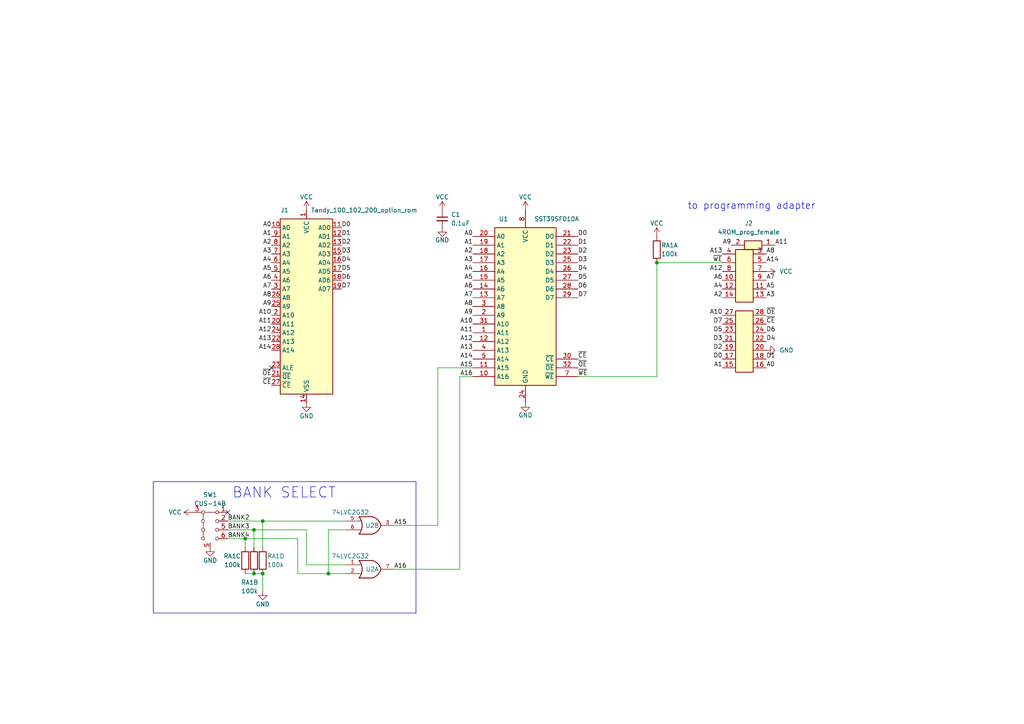
<source format=kicad_sch>
(kicad_sch (version 20230121) (generator eeschema)
  (paper "A4")
  (title_block (title "4ROM_100") (date "2023-02-13") (rev "005") (company "Brian K. White b.kenyon.w@gmail.com") (comment 1 "CC-BY-SA") (comment 2 "Flash based 4-bank option ROM for TANDY 100/102/200"))
  (lib_symbols
    (symbol "000_LOCAL:29F010"
      (property "Reference" "U" (at -8.128 24.384 0))
      (property "Value" "29F010" (at 1.016 24.384 0))
      (symbol "29F010_0_1"
        (rectangle (start -8.89 -22.86) (end 8.89 22.86) (stroke (width 0.254)) (fill (type background)))
      )
      (symbol "29F010_1_1"
        (pin input line (at -15.24 -7.62 0) (length 6.35) (name "A11") (number "1"))
        (pin input line (at -15.24 -20.32 0) (length 6.35) (name "A16") (number "10"))
        (pin input line (at -15.24 -17.78 0) (length 6.35) (name "A15") (number "11"))
        (pin input line (at -15.24 -10.16 0) (length 6.35) (name "A12") (number "12"))
        (pin input line (at -15.24 2.54 0) (length 6.35) (name "A7") (number "13"))
        (pin input line (at -15.24 5.08 0) (length 6.35) (name "A6") (number "14"))
        (pin input line (at -15.24 7.62 0) (length 6.35) (name "A5") (number "15"))
        (pin input line (at -15.24 10.16 0) (length 6.35) (name "A4") (number "16"))
        (pin input line (at -15.24 12.7 0) (length 6.35) (name "A3") (number "17"))
        (pin input line (at -15.24 15.24 0) (length 6.35) (name "A2") (number "18"))
        (pin input line (at -15.24 17.78 0) (length 6.35) (name "A1") (number "19"))
        (pin input line (at -15.24 -2.54 0) (length 6.35) (name "A9") (number "2"))
        (pin input line (at -15.24 20.32 0) (length 6.35) (name "A0") (number "20"))
        (pin tri_state line (at 15.24 20.32 180) (length 6.35) (name "D0") (number "21"))
        (pin tri_state line (at 15.24 17.78 180) (length 6.35) (name "D1") (number "22"))
        (pin tri_state line (at 15.24 15.24 180) (length 6.35) (name "D2") (number "23"))
        (pin input line (at 0 -27.94 90) (length 5.08) (name "GND") (number "24"))
        (pin tri_state line (at 15.24 12.7 180) (length 6.35) (name "D3") (number "25"))
        (pin tri_state line (at 15.24 10.16 180) (length 6.35) (name "D4") (number "26"))
        (pin tri_state line (at 15.24 7.62 180) (length 6.35) (name "D5") (number "27"))
        (pin tri_state line (at 15.24 5.08 180) (length 6.35) (name "D6") (number "28"))
        (pin tri_state line (at 15.24 2.54 180) (length 6.35) (name "D7") (number "29"))
        (pin input line (at -15.24 0 0) (length 6.35) (name "A8") (number "3"))
        (pin input line (at 15.24 -15.24 180) (length 6.35) (name "~{CE}") (number "30"))
        (pin input line (at -15.24 -5.08 0) (length 6.35) (name "A10") (number "31"))
        (pin input line (at 15.24 -17.78 180) (length 6.35) (name "~{OE}") (number "32"))
        (pin input line (at -15.24 -12.7 0) (length 6.35) (name "A13") (number "4"))
        (pin input line (at -15.24 -15.24 0) (length 6.35) (name "A14") (number "5"))
        (pin input line (at 15.24 -20.32 180) (length 6.35) (name "~{WE}") (number "7"))
        (pin input line (at 0 27.94 270) (length 5.08) (name "VCC") (number "8"))
      )
    )
    (symbol "000_LOCAL:74LVC2G32" (pin_names (offset 1.016))
      (property "Reference" "U" (at -2.54 3.81 0))
      (property "Value" "74LVC2G32" (at 0 -3.81 0))
      (symbol "74LVC2G32_0_1"
        (arc (start -3.81 -2.54) (mid -2.919 0) (end -3.81 2.54) (stroke (width 0.254)))
        (arc (start 0 -2.54) (mid 1.5993 -1.6027) (end 2.54 0) (stroke (width 0.254)))
        (polyline (pts (xy -3.81 -1.27) (xy -3.175 -1.27)))
        (polyline (pts (xy -3.81 1.27) (xy -3.175 1.27)))
        (polyline (pts (xy 0 -2.54) (xy -3.81 -2.54)) (stroke (width 0.254)) (fill (type background)))
        (polyline (pts (xy 0 2.54) (xy -3.81 2.54)) (stroke (width 0.254)) (fill (type background)))
        (arc (start 2.54 0) (mid 1.6119 1.6152) (end 0 2.54) (stroke (width 0.254)))
        (pin power_in line (at 0 -2.54 270) (length 0) hide (name "GND") (number "4"))
        (pin power_in line (at 0 2.54 90) (length 0) hide (name "VCC") (number "8"))
      )
      (symbol "74LVC2G32_1_1"
        (pin input line (at -7.62 1.27 0) (length 3.81) (name "~") (number "1"))
        (pin input line (at -7.62 -1.27 0) (length 3.81) (name "~") (number "2"))
        (pin output line (at 6.35 0 180) (length 3.81) (name "~") (number "7"))
      )
      (symbol "74LVC2G32_2_1"
        (pin output line (at 6.35 0 180) (length 3.81) (name "~") (number "3"))
        (pin input line (at -7.62 1.27 0) (length 3.81) (name "~") (number "5"))
        (pin input line (at -7.62 -1.27 0) (length 3.81) (name "~") (number "6"))
      )
    )
    (symbol "000_LOCAL:C" (pin_numbers hide) (pin_names (offset 0.254) hide)
      (property "Reference" "C" (at 0.254 1.778 0))
      (property "Value" "C" (at 0.254 -2.032 0))
      (symbol "C_0_1"
        (polyline (pts (xy -1.524 -0.508) (xy 1.524 -0.508)) (stroke (width 0.3302)))
        (polyline (pts (xy -1.524 0.508) (xy 1.524 0.508)) (stroke (width 0.3048)))
      )
      (symbol "C_1_1"
        (pin passive line (at 0 2.54 270) (length 2.032) (name "~") (number "1"))
        (pin passive line (at 0 -2.54 90) (length 2.032) (name "~") (number "2"))
      )
    )
    (symbol "000_LOCAL:GND" (power) (pin_names (offset 0))
      (property "Value" "GND" (at 0 -3.81 0))
      (symbol "GND_0_1"
        (polyline (pts (xy 0 0) (xy 0 -1.27) (xy 1.27 -1.27) (xy 0 -2.54) (xy -1.27 -1.27) (xy 0 -1.27)))
      )
      (symbol "GND_1_1"
        (pin power_in line (at 0 0 270) (length 0) hide (name "GND") (number "1"))
      )
    )
    (symbol "000_LOCAL:R_Array_04" (pin_numbers hide) (pin_names (offset 0) hide)
      (property "Reference" "RA" (at 2.032 0 90))
      (property "Value" "R_Array_04" (at -2.032 0 90))
      (symbol "R_Array_04_0_1"
        (rectangle (start 1.016 2.54) (end -1.016 -2.54) (stroke (width 0.254)))
      )
      (symbol "R_Array_04_1_1"
        (pin passive line (at 0 3.81 270) (length 1.27) (name "R1.1") (number "1"))
        (pin passive line (at 0 -3.81 90) (length 1.27) (name "R1.2") (number "8"))
      )
      (symbol "R_Array_04_2_1"
        (pin passive line (at 0 3.81 270) (length 1.27) (name "R2.1") (number "2"))
        (pin passive line (at 0 -3.81 90) (length 1.27) (name "R2.2") (number "7"))
      )
      (symbol "R_Array_04_3_1"
        (pin passive line (at 0 3.81 270) (length 1.27) (name "R3.1") (number "3"))
        (pin passive line (at 0 -3.81 90) (length 1.27) (name "R3.2") (number "6"))
      )
      (symbol "R_Array_04_4_1"
        (pin passive line (at 0 3.81 270) (length 1.27) (name "R4.1") (number "4"))
        (pin passive line (at 0 -3.81 90) (length 1.27) (name "R4.2") (number "5"))
      )
    )
    (symbol "000_LOCAL:SW_1P4T_CUS-14B" (pin_names (offset 0) hide)
      (property "Reference" "SW" (at 0 6.35 0))
      (property "Value" "SW_1P4T_CUS-14B" (at 0 -7.62 0))
      (symbol "SW_1P4T_CUS-14B_0_1"
        (circle (center -2.032 -3.81) (radius 0.4572))
        (circle (center -2.032 -1.27) (radius 0.4572))
        (circle (center -2.032 1.27) (radius 0.4572))
        (circle (center -2.032 3.81) (radius 0.4572))
        (polyline (pts (xy -2.032 -1.778) (xy -2.032 -3.302)) (stroke (width 0.1524)))
        (polyline (pts (xy -2.032 0.762) (xy -2.032 -0.762)) (stroke (width 0.1524)))
        (polyline (pts (xy -2.032 3.302) (xy -2.032 1.778)) (stroke (width 0.1524)))
        (polyline (pts (xy -1.524 3.81) (xy 1.524 3.81)) (stroke (width 0.1524)))
        (circle (center 2.032 -3.81) (radius 0.4572))
        (circle (center 2.032 -1.27) (radius 0.4572))
        (circle (center 2.032 1.27) (radius 0.4572))
        (circle (center 2.032 3.81) (radius 0.4572))
      )
      (symbol "SW_1P4T_CUS-14B_1_1"
        (pin passive line (at 5.08 3.81 180) (length 2.54) (name "1") (number "1"))
        (pin passive line (at 5.08 1.27 180) (length 2.54) (name "2") (number "2"))
        (pin passive line (at -5.08 3.81 0) (length 2.54) (name "C") (number "3"))
        (pin passive line (at -5.08 3.81 0) (length 2.54) hide (name "C") (number "4"))
        (pin passive line (at 5.08 -1.27 180) (length 2.54) (name "5") (number "5"))
        (pin passive line (at 5.08 -3.81 180) (length 2.54) (name "6") (number "6"))
        (pin passive line (at 0 -6.35 90) (length 1.27) (name "S") (number "S"))
      )
    )
    (symbol "000_LOCAL:Tandy_100_102_200_option_rom"
      (property "Reference" "U" (at -7.62 26.67 0))
      (property "Value" "Tandy_100_102_200_option_rom" (at 2.54 -26.67 0))
      (symbol "Tandy_100_102_200_option_rom_1_1"
        (rectangle (start -7.62 25.4) (end 7.62 -25.4) (stroke (width 0.254)) (fill (type background)))
        (pin power_in line (at 0 27.94 270) (length 2.54) (name "VCC") (number "1"))
        (pin input line (at -10.16 22.86 0) (length 2.54) (name "A0") (number "10"))
        (pin tri_state line (at 10.16 22.86 180) (length 2.54) (name "AD0") (number "11"))
        (pin tri_state line (at 10.16 20.32 180) (length 2.54) (name "AD1") (number "12"))
        (pin tri_state line (at 10.16 17.78 180) (length 2.54) (name "AD2") (number "13"))
        (pin power_in line (at 0 -27.94 90) (length 2.54) (name "VSS") (number "14"))
        (pin tri_state line (at 10.16 15.24 180) (length 2.54) (name "AD3") (number "15"))
        (pin tri_state line (at 10.16 12.7 180) (length 2.54) (name "AD4") (number "16"))
        (pin tri_state line (at 10.16 10.16 180) (length 2.54) (name "AD5") (number "17"))
        (pin tri_state line (at 10.16 7.62 180) (length 2.54) (name "AD6") (number "18"))
        (pin tri_state line (at 10.16 5.08 180) (length 2.54) (name "AD7") (number "19"))
        (pin input line (at -10.16 -2.54 0) (length 2.54) (name "A10") (number "2"))
        (pin input line (at -10.16 -5.08 0) (length 2.54) (name "A11") (number "20"))
        (pin input line (at -10.16 -20.32 0) (length 2.54) (name "~{OE}") (number "21"))
        (pin input line (at -10.16 -10.16 0) (length 2.54) (name "A13") (number "22"))
        (pin input line (at -10.16 -17.78 0) (length 2.54) (name "ALE") (number "23"))
        (pin input line (at -10.16 -7.62 0) (length 2.54) (name "A12") (number "24"))
        (pin input line (at -10.16 0 0) (length 2.54) (name "A9") (number "25"))
        (pin input line (at -10.16 2.54 0) (length 2.54) (name "A8") (number "26"))
        (pin input line (at -10.16 -22.86 0) (length 2.54) (name "~{CE}") (number "27"))
        (pin input line (at -10.16 -12.7 0) (length 2.54) (name "A14") (number "28"))
        (pin input line (at -10.16 5.08 0) (length 2.54) (name "A7") (number "3"))
        (pin input line (at -10.16 7.62 0) (length 2.54) (name "A6") (number "4"))
        (pin input line (at -10.16 10.16 0) (length 2.54) (name "A5") (number "5"))
        (pin input line (at -10.16 12.7 0) (length 2.54) (name "A4") (number "6"))
        (pin input line (at -10.16 15.24 0) (length 2.54) (name "A3") (number "7"))
        (pin input line (at -10.16 17.78 0) (length 2.54) (name "A2") (number "8"))
        (pin input line (at -10.16 20.32 0) (length 2.54) (name "A1") (number "9"))
      )
    )
    (symbol "000_LOCAL:VCC" (power) (pin_names (offset 0))
      (property "Value" "VCC" (at 0 3.81 0))
      (symbol "VCC_0_1"
        (polyline (pts (xy -0.762 1.27) (xy 0 2.54)))
        (polyline (pts (xy 0 0) (xy 0 2.54)))
        (polyline (pts (xy 0 2.54) (xy 0.762 1.27)))
      )
      (symbol "VCC_1_1"
        (pin power_in line (at 0 0 90) (length 0) hide (name "VCC") (number "1"))
      )
    )
    (symbol "4ROM_100_prog_1" (pin_names (offset 1.016) hide)
      (property "Reference" "J" (at 0 20.32 0))
      (property "Value" "4ROM_100_prog_1" (at 0 -20.32 0))
      (symbol "4ROM_100_prog_1_1_1"
        (rectangle (start -2.54 -1.27) (end 2.54 -19.05) (stroke (width 0.254)) (fill (type background)))
        (rectangle (start -2.54 16.51) (end 2.54 1.27) (stroke (width 0.254)) (fill (type background)))
        (rectangle (start 0 19.05) (end 5.08 16.51) (stroke (width 0.254)) (fill (type background)))
        (pin passive line (at 8.89 17.78 180) (length 3.81) (name "A11") (number "1"))
        (pin passive line (at -6.35 7.62 0) (length 3.81) (name "A6") (number "10"))
        (pin passive line (at 6.35 5.08 180) (length 3.81) (name "A5") (number "11"))
        (pin passive line (at -6.35 5.08 0) (length 3.81) (name "A4") (number "12"))
        (pin passive line (at 6.35 2.54 180) (length 3.81) (name "A3") (number "13"))
        (pin passive line (at -6.35 2.54 0) (length 3.81) (name "A2") (number "14"))
        (pin passive line (at -6.35 -17.78 0) (length 3.81) (name "A1") (number "15"))
        (pin passive line (at 6.35 -17.78 180) (length 3.81) (name "A0") (number "16"))
        (pin passive line (at -6.35 -15.24 0) (length 3.81) (name "D0") (number "17"))
        (pin passive line (at 6.35 -15.24 180) (length 3.81) (name "D1") (number "18"))
        (pin passive line (at -6.35 -12.7 0) (length 3.81) (name "D2") (number "19"))
        (pin passive line (at -3.81 17.78 0) (length 3.81) (name "A9") (number "2"))
        (pin passive line (at 6.35 -12.7 180) (length 3.81) (name "GND") (number "20"))
        (pin passive line (at -6.35 -10.16 0) (length 3.81) (name "D3") (number "21"))
        (pin passive line (at 6.35 -10.16 180) (length 3.81) (name "D4") (number "22"))
        (pin passive line (at -6.35 -7.62 0) (length 3.81) (name "D5") (number "23"))
        (pin passive line (at 6.35 -7.62 180) (length 3.81) (name "D6") (number "24"))
        (pin passive line (at -6.35 -5.08 0) (length 3.81) (name "D7") (number "25"))
        (pin passive line (at 6.35 -5.08 180) (length 3.81) (name "~{CE}") (number "26"))
        (pin passive line (at -6.35 -2.54 0) (length 3.81) (name "A10") (number "27"))
        (pin passive line (at 6.35 -2.54 180) (length 3.81) (name "~{OE}") (number "28"))
        (pin passive line (at 6.35 15.24 180) (length 3.81) (name "A8") (number "3"))
        (pin passive line (at -6.35 15.24 0) (length 3.81) (name "A13") (number "4"))
        (pin passive line (at 6.35 12.7 180) (length 3.81) (name "A14") (number "5"))
        (pin passive line (at -6.35 12.7 0) (length 3.81) (name "~{WE}") (number "6"))
        (pin passive line (at 6.35 10.16 180) (length 3.81) (name "VCC") (number "7"))
        (pin passive line (at -6.35 10.16 0) (length 3.81) (name "A12") (number "8"))
        (pin passive line (at 6.35 7.62 180) (length 3.81) (name "A7") (number "9"))
      )
    )
    (symbol "power:GND" (power) (pin_names (offset 0))
      (property "Value" "GND" (at 0 -3.81 0))
      (symbol "GND_0_1"
        (polyline (pts (xy 0 0) (xy 0 -1.27) (xy 1.27 -1.27) (xy 0 -2.54) (xy -1.27 -1.27) (xy 0 -1.27)))
      )
      (symbol "GND_1_1"
        (pin power_in line (at 0 0 270) (length 0) hide (name "GND") (number "1"))
      )
    )
    (symbol "power:VCC" (power) (pin_names (offset 0))
      (property "Value" "VCC" (at 0 3.81 0))
      (symbol "VCC_0_1"
        (polyline (pts (xy -0.762 1.27) (xy 0 2.54)))
        (polyline (pts (xy 0 0) (xy 0 2.54)))
        (polyline (pts (xy 0 2.54) (xy 0.762 1.27)))
      )
      (symbol "VCC_1_1"
        (pin power_in line (at 0 0 90) (length 0) hide (name "VCC") (number "1"))
      )
    )
  )
  (junction (at 71.12 156.21))
  (junction (at 73.66 166.37))
  (junction (at 76.2 151.13))
  (junction (at 76.2 166.37))
  (junction (at 73.66 153.67))
  (junction (at 95.25 166.37))
  (junction (at 190.5 76.2))
  (no_connect (at 78.74 106.68))
  (no_connect (at 66.04 148.59))
  (wire (pts (xy 133.35 165.1) (xy 114.3 165.1)))
  (wire (pts (xy 71.12 156.21) (xy 86.36 156.21)))
  (wire (pts (xy 100.33 153.67) (xy 95.25 153.67)))
  (wire (pts (xy 71.12 166.37) (xy 73.66 166.37)))
  (wire (pts (xy 133.35 109.22) (xy 137.16 109.22)))
  (wire (pts (xy 133.35 109.22) (xy 133.35 165.1)))
  (wire (pts (xy 86.36 166.37) (xy 95.25 166.37)))
  (wire (pts (xy 73.66 153.67) (xy 73.66 158.75)))
  (wire (pts (xy 95.25 153.67) (xy 95.25 166.37)))
  (polyline (pts (xy 44.45 177.8) (xy 120.65 177.8)))
  (wire (pts (xy 86.36 156.21) (xy 86.36 166.37)))
  (wire (pts (xy 76.2 151.13) (xy 76.2 158.75)))
  (polyline (pts (xy 120.65 177.8) (xy 120.65 139.7)))
  (wire (pts (xy 73.66 153.67) (xy 88.9 153.67)))
  (wire (pts (xy 95.25 166.37) (xy 100.33 166.37)))
  (wire (pts (xy 190.5 76.2) (xy 209.55 76.2)))
  (wire (pts (xy 66.04 151.13) (xy 76.2 151.13)))
  (wire (pts (xy 66.04 153.67) (xy 73.66 153.67)))
  (wire (pts (xy 88.9 153.67) (xy 88.9 163.83)))
  (wire (pts (xy 76.2 151.13) (xy 100.33 151.13)))
  (wire (pts (xy 190.5 109.22) (xy 190.5 76.2)))
  (polyline (pts (xy 44.45 139.7) (xy 44.45 177.8)))
  (wire (pts (xy 73.66 166.37) (xy 76.2 166.37)))
  (wire (pts (xy 76.2 166.37) (xy 76.2 171.45)))
  (wire (pts (xy 127 106.68) (xy 127 152.4)))
  (wire (pts (xy 88.9 163.83) (xy 100.33 163.83)))
  (wire (pts (xy 71.12 156.21) (xy 71.12 158.75)))
  (wire (pts (xy 127 152.4) (xy 114.3 152.4)))
  (polyline (pts (xy 44.45 139.7) (xy 120.65 139.7)))
  (wire (pts (xy 137.16 106.68) (xy 127 106.68)))
  (wire (pts (xy 66.04 156.21) (xy 71.12 156.21)))
  (wire (pts (xy 167.64 109.22) (xy 190.5 109.22)))
  (text "BANK SELECT" (at 67.31 144.78 0) (effects (font (size 3 3)) (justify left bottom)))
  (text "to programming adapter" (at 199.39 60.96 0) (effects (font (size 2 2)) (justify left bottom)))
  (label "A6" (at 137.16 83.82 180))
  (label "D7" (at 209.55 93.98 180))
  (label "D6" (at 99.06 81.28 0))
  (label "A11" (at 78.74 93.98 180))
  (label "~{OE}" (at 167.64 106.68 0))
  (label "A11" (at 224.79 71.12 0))
  (label "~{OE}" (at 78.74 109.22 180))
  (label "A10" (at 209.55 91.44 180))
  (label "D4" (at 99.06 76.2 0))
  (label "A9" (at 137.16 91.44 180))
  (label "D0" (at 209.55 104.14 180))
  (label "A12" (at 137.16 99.06 180))
  (label "D6" (at 167.64 83.82 0))
  (label "A5" (at 78.74 78.74 180))
  (label "A14" (at 78.74 101.6 180))
  (label "A13" (at 209.55 73.66 180))
  (label "D5" (at 167.64 81.28 0))
  (label "D5" (at 209.55 96.52 180))
  (label "A2" (at 209.55 86.36 180))
  (label "A2" (at 137.16 73.66 180))
  (label "D0" (at 99.06 66.04 0))
  (label "A6" (at 209.55 81.28 180))
  (label "~{CE}" (at 78.74 111.76 180))
  (label "A12" (at 78.74 96.52 180))
  (label "D3" (at 99.06 73.66 0))
  (label "A15" (at 137.16 106.68 180))
  (label "A0" (at 78.74 66.04 180))
  (label "D3" (at 209.55 99.06 180))
  (label "A14" (at 137.16 104.14 180))
  (label "A4" (at 209.55 83.82 180))
  (label "D2" (at 99.06 71.12 0))
  (label "D7" (at 167.64 86.36 0))
  (label "A15" (at 114.3 152.4 0))
  (label "A9" (at 78.74 88.9 180))
  (label "A3" (at 137.16 76.2 180))
  (label "D6" (at 222.25 96.52 0))
  (label "D0" (at 167.64 68.58 0))
  (label "A4" (at 137.16 78.74 180))
  (label "A3" (at 222.25 86.36 0))
  (label "~{WE}" (at 167.64 109.22 0))
  (label "A10" (at 137.16 93.98 180))
  (label "~{CE}" (at 167.64 104.14 0))
  (label "A7" (at 78.74 83.82 180))
  (label "A8" (at 137.16 88.9 180))
  (label "A2" (at 78.74 71.12 180))
  (label "A13" (at 78.74 99.06 180))
  (label "D2" (at 167.64 73.66 0))
  (label "A11" (at 137.16 96.52 180))
  (label "D7" (at 99.06 83.82 0))
  (label "A3" (at 78.74 73.66 180))
  (label "A10" (at 78.74 91.44 180))
  (label "A4" (at 78.74 76.2 180))
  (label "D2" (at 209.55 101.6 180))
  (label "D1" (at 222.25 104.14 0))
  (label "D1" (at 99.06 68.58 0))
  (label "A7" (at 137.16 86.36 180))
  (label "A1" (at 78.74 68.58 180))
  (label "A13" (at 137.16 101.6 180))
  (label "~{WE}" (at 209.55 76.2 180))
  (label "BANK4" (at 66.04 156.21 0))
  (label "BANK2" (at 66.04 151.13 0))
  (label "BANK3" (at 66.04 153.67 0))
  (label "~{CE}" (at 222.25 93.98 0))
  (label "A5" (at 137.16 81.28 180))
  (label "D5" (at 99.06 78.74 0))
  (label "A0" (at 137.16 68.58 180))
  (label "~{OE}" (at 222.25 91.44 0))
  (label "D4" (at 167.64 78.74 0))
  (label "A9" (at 212.09 71.12 180))
  (label "A8" (at 78.74 86.36 180))
  (label "A12" (at 209.55 78.74 180))
  (label "A16" (at 137.16 109.22 180))
  (label "A16" (at 114.3 165.1 0))
  (label "A6" (at 78.74 81.28 180))
  (label "A0" (at 222.25 106.68 0))
  (label "A5" (at 222.25 83.82 0))
  (label "A1" (at 209.55 106.68 180))
  (label "D4" (at 222.25 99.06 0))
  (label "A8" (at 222.25 73.66 0))
  (label "D3" (at 167.64 76.2 0))
  (label "D1" (at 167.64 71.12 0))
  (label "A7" (at 222.25 81.28 0))
  (label "A14" (at 222.25 76.2 0))
  (label "A1" (at 137.16 71.12 180))
  (symbol (lib_id "000_LOCAL:29F010") (at 152.4 88.9 0) (unit 1)
    (property "Reference" "U1" (at 146.05 63.5 0))
    (property "Value" "SST39SF010A" (at 154.94 63.5 0) (effects (justify left)))
    (property "Footprint" "000_LOCAL:TSOP32-14mm" (effects hide))
    (property "Datasheet" "http://ww1.microchip.com/downloads/en/DeviceDoc/doc0006.pdf" (effects hide))
  )
  (symbol (lib_id "000_LOCAL:Tandy_100_102_200_option_rom") (at 88.9 88.9 0) (unit 1)
    (property "Reference" "J1" (at 82.55 60.96 0))
    (property "Value" "Tandy_100_102_200_option_rom" (at 90.17 60.96 0) (effects (justify left)))
    (property "Footprint" "000_LOCAL:Molex78802_PCB_28" (effects hide))
  )
  (symbol (lib_id "power:VCC") (at 152.4 60.96 0) (unit 1)
    (property "Reference" "#PWR0101" (effects hide))
    (property "Value" "VCC" (at 152.4 57.15 0))
  )
  (symbol (lib_id "power:VCC") (at 88.9 60.96 0) (unit 1)
    (property "Reference" "#PWR0102" (effects hide))
    (property "Value" "VCC" (at 88.9 57.15 0))
  )
  (symbol (lib_id "power:VCC") (at 190.5 68.58 0) (mirror y) (unit 1)
    (property "Reference" "#PWR0105" (effects hide))
    (property "Value" "VCC" (at 190.5 64.77 0))
  )
  (symbol (lib_id "power:GND") (at 88.9 116.84 0) (unit 1)
    (property "Reference" "#PWR0104" (effects hide))
    (property "Value" "GND" (at 88.9 120.65 0))
  )
  (symbol (lib_id "power:GND") (at 152.4 116.84 0) (unit 1)
    (property "Reference" "#PWR0107" (effects hide))
    (property "Value" "GND" (at 152.4 120.396 0))
  )
  (symbol (lib_id "000_LOCAL:GND") (at 76.2 171.45 0) (mirror y) (unit 1)
    (property "Reference" "#PWR0108" (effects hide))
    (property "Value" "GND" (at 76.2 175.26 0))
  )
  (symbol (lib_id "000_LOCAL:R_Array_04") (at 71.12 162.56 0) (unit 3)
    (property "Reference" "RA1" (at 69.85 161.29 0) (effects (justify right)))
    (property "Value" "100k" (at 69.85 163.83 0) (effects (justify right)))
    (property "Footprint" "000_LOCAL:R_Array_Convex_4x0612" (effects hide))
    (property "Datasheet" "http://www.vishay.com/docs/31509/csc.pdf" (effects hide))
  )
  (symbol (lib_id "power:GND") (at 128.27 66.04 0) (unit 1)
    (property "Reference" "#PWR0115" (effects hide))
    (property "Value" "GND" (at 128.27 69.596 0))
  )
  (symbol (lib_id "power:VCC") (at 128.27 60.96 0) (unit 1)
    (property "Reference" "#PWR0116" (effects hide))
    (property "Value" "VCC" (at 128.27 57.15 0))
  )
  (symbol (lib_id "000_LOCAL:VCC") (at 55.88 148.59 90) (mirror x) (unit 1)
    (property "Reference" "#PWR0103" (effects hide))
    (property "Value" "VCC" (at 50.8 148.59 90))
  )
  (symbol (lib_id "000_LOCAL:R_Array_04") (at 76.2 162.56 0) (unit 4)
    (property "Reference" "RA1" (at 77.47 161.29 0) (effects (justify left)))
    (property "Value" "100k" (at 77.47 163.83 0) (effects (justify left)))
    (property "Footprint" "000_LOCAL:R_Array_Convex_4x0612" (effects hide))
    (property "Datasheet" "http://www.vishay.com/docs/31509/csc.pdf" (effects hide))
  )
  (symbol (lib_id "000_LOCAL:SW_1P4T_CUS-14B") (at 60.96 152.4 0) (unit 1)
    (property "Reference" "SW1" (at 60.96 143.51 0))
    (property "Value" "CUS-14B" (at 60.96 146.05 0))
    (property "Footprint" "000_LOCAL:SW_SP4T_CUS-14B" (effects hide))
  )
  (symbol (lib_id "000_LOCAL:GND") (at 60.96 158.75 0) (mirror y) (unit 1)
    (property "Reference" "#PWR0106" (effects hide))
    (property "Value" "GND" (at 60.96 162.56 0))
  )
  (symbol (lib_id "000_LOCAL:74LVC2G32") (at 107.95 165.1 0) (unit 1)
    (property "Reference" "U2" (at 107.95 165.1 0))
    (property "Value" "74LVC2G32" (at 101.6 161.29 0))
    (property "Footprint" "000_LOCAL:TSSOP-8_3x3mm_P0.65mm" (effects hide))
    (property "Datasheet" "http://www.ti.com/lit/sg/scyt129e/scyt129e.pdf" (effects hide))
  )
  (symbol (lib_id "000_LOCAL:C") (at 128.27 63.5 0) (unit 1)
    (property "Reference" "C1" (at 130.81 62.2362 0) (effects (justify left)))
    (property "Value" "0.1uF" (at 130.81 64.7762 0) (effects (justify left)))
    (property "Footprint" "000_LOCAL:C_0805" (effects hide))
  )
  (symbol (lib_id "000_LOCAL:R_Array_04") (at 190.5 72.39 0) (mirror x) (unit 1)
    (property "Reference" "RA1" (at 191.77 71.12 0) (effects (justify left)))
    (property "Value" "100k" (at 191.77 73.66 0) (effects (justify left)))
    (property "Footprint" "000_LOCAL:R_Array_Convex_4x0612" (effects hide))
    (property "Datasheet" "http://www.vishay.com/docs/31509/csc.pdf" (effects hide))
  )
  (symbol (lib_id "000_LOCAL:R_Array_04") (at 73.66 162.56 0) (unit 2)
    (property "Reference" "RA1" (at 74.93 168.91 0) (effects (justify right)))
    (property "Value" "100k" (at 72.39 171.45 0))
    (property "Footprint" "000_LOCAL:R_Array_Convex_4x0612" (effects hide))
    (property "Datasheet" "http://www.vishay.com/docs/31509/csc.pdf" (effects hide))
  )
  (symbol (lib_id "power:VCC") (at 222.25 78.74 270) (unit 1)
    (property "Reference" "#PWR0110" (effects hide))
    (property "Value" "VCC" (at 226.06 78.74 90) (effects (justify left)))
  )
  (symbol (lib_name "4ROM_100_prog_1") (lib_id "000_LOCAL:4ROM_100_prog") (at 215.9 88.9 0) (unit 1)
    (property "Reference" "J2" (at 217.17 64.77 0))
    (property "Value" "4ROM_prog_female" (at 217.17 67.31 0))
    (property "Footprint" "000_LOCAL:4ROM_prog_female" (effects hide))
  )
  (symbol (lib_id "power:GND") (at 222.25 101.6 90) (unit 1)
    (property "Reference" "#PWR0111" (effects hide))
    (property "Value" "GND" (at 226.06 101.6 90) (effects (justify right)))
  )
  (symbol (lib_id "000_LOCAL:74LVC2G32") (at 107.95 152.4 0) (unit 2)
    (property "Reference" "U2" (at 107.95 152.4 0))
    (property "Value" "74LVC2G32" (at 101.6 148.59 0))
    (property "Footprint" "000_LOCAL:TSSOP-8_3x3mm_P0.65mm" (effects hide))
    (property "Datasheet" "http://www.ti.com/lit/sg/scyt129e/scyt129e.pdf" (effects hide))
  )
)
</source>
